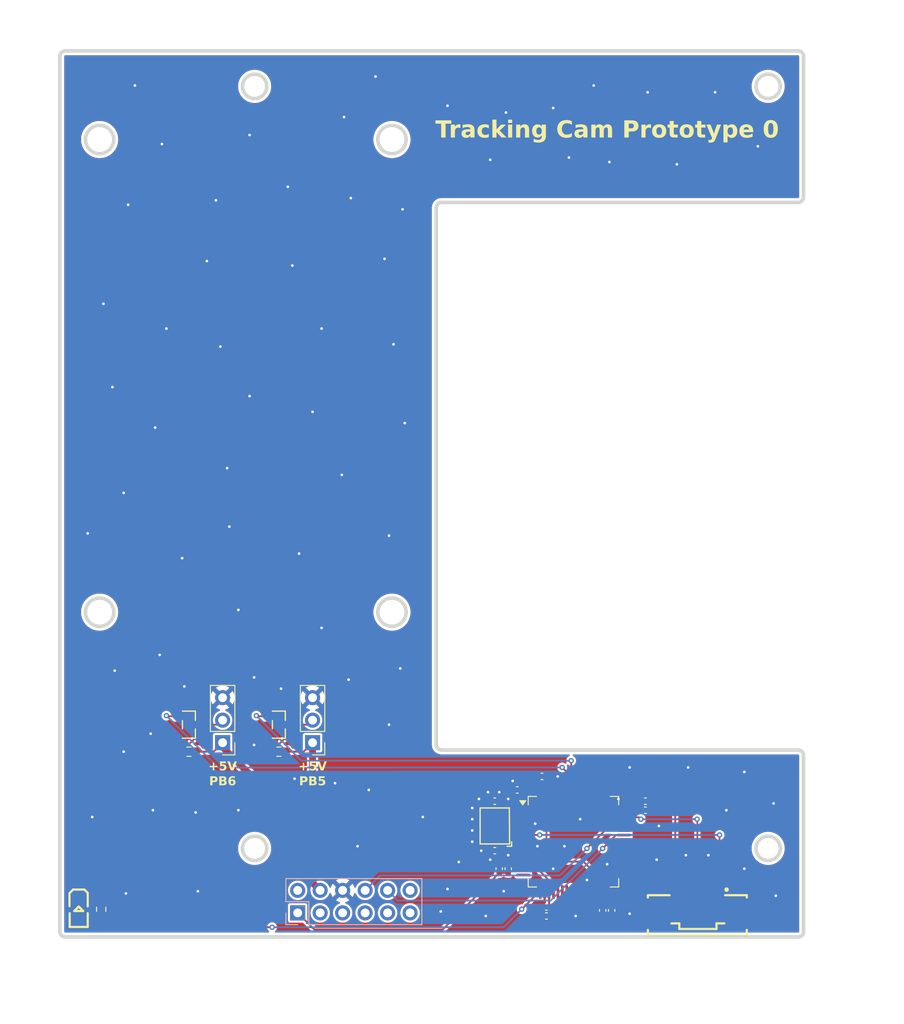
<source format=kicad_pcb>
(kicad_pcb (version 20241229) (generator "pcbnew") (generator_version "9.0")
  (layers (0 "F.Cu" signal) (2 "B.Cu" signal) (13 "F.Paste" user) (15 "B.Paste" user) (5 "F.SilkS" user "F.Silkscreen") (7 "B.SilkS" user "B.Silkscreen") (1 "F.Mask" user) (3 "B.Mask" user) (25 "Edge.Cuts" user))
  (net 0 "")
  (net 1 "GND")
  (net 2 "+3V3")
  (net 3 "Net-(U9-PH0)")
  (net 4 "Net-(U9-PH1)")
  (net 5 "Net-(U9-VCAP_2)")
  (net 6 "Net-(U9-VCAP_1)")
  (net 9 "+5V")
  (net 12 "/USART1_TX")
  (net 15 "/USART1_RX")
  (net 17 "Net-(J2-Pin_2)")
  (net 18 "Net-(J3-Pin_2)")
  (net 19 "/nRST")
  (net 20 "/SWDIO")
  (net 21 "/SWDCLK")
  (net 22 "/GREEN_LED")
  (net 23 "Net-(LED9-K)")
  (net 24 "/PWM_1")
  (net 25 "/PWM_2")
  (footprint "Rocketry_Easyeda:CONN-SMD_5P-P1.25_532610571-2" (layer "F.Cu") (at 67.594 85.926)
    (property "Reference" "CN2" (hide yes))
    (property "Value" "532610571")
    (fp_line (start -5.59 -0.64) (end -3.14 -0.64) (stroke (width 0.25)) (layer "F.SilkS"))
    (fp_line (start -5.59 -0.38) (end -5.59 -0.64) (stroke (width 0.25)) (layer "F.SilkS"))
    (fp_line (start -5.59 3.81) (end -5.59 3.28) (stroke (width 0.25)) (layer "F.SilkS"))
    (fp_line (start -2.93 2.54) (end -2.04 2.54) (stroke (width 0.25)) (layer "F.SilkS"))
    (fp_line (start -2.04 2.54) (end -2.04 3.17) (stroke (width 0.25)) (layer "F.SilkS"))
    (fp_line (start -2.04 3.17) (end 2.16 3.17) (stroke (width 0.25)) (layer "F.SilkS"))
    (fp_line (start 2.16 2.54) (end 2.92 2.54) (stroke (width 0.25)) (layer "F.SilkS"))
    (fp_line (start 2.16 3.17) (end 2.16 2.54) (stroke (width 0.25)) (layer "F.SilkS"))
    (fp_line (start 2.92 2.54) (end 3.04 2.54) (stroke (width 0.25)) (layer "F.SilkS"))
    (fp_line (start 3.13 -0.64) (end 5.58 -0.64) (stroke (width 0.25)) (layer "F.SilkS"))
    (fp_line (start 5.58 -0.64) (end 5.58 -0.38) (stroke (width 0.25)) (layer "F.SilkS"))
    (fp_line (start 5.58 3.28) (end 5.58 3.81) (stroke (width 0.25)) (layer "F.SilkS"))
    (fp_line (start 5.58 3.81) (end -5.59 3.81) (stroke (width 0.25)) (layer "F.SilkS"))
    (fp_circle (center 3.3 -1.27) (end 3.43 -1.27) (stroke (width 0.25)) (fill no) (layer "F.SilkS"))
    (pad "1" smd rect (at 2.5 -1.45 90) (size 1.6 0.8) (layers "F.Cu" "F.Mask" "F.Paste") (net 19 "/nRST"))
    (pad "2" smd rect (at 1.25 -1.45 90) (size 1.6 0.8) (layers "F.Cu" "F.Mask" "F.Paste") (net 1 "GND"))
    (pad "3" smd rect (at 0 -1.45 90) (size 1.6 0.8) (layers "F.Cu" "F.Mask" "F.Paste") (net 20 "/SWDIO"))
    (pad "4" smd rect (at -1.25 -1.45 90) (size 1.6 0.8) (layers "F.Cu" "F.Mask" "F.Paste") (net 2 "+3V3"))
    (pad "5" smd rect (at -2.5 -1.45 90) (size 1.6 0.8) (layers "F.Cu" "F.Mask" "F.Paste") (net 21 "/SWDCLK"))
    (pad "6" smd rect (at -5.05 1.45 90) (size 3.2 2.3) (layers "F.Cu" "F.Mask" "F.Paste"))
    (pad "7" smd rect (at 5.05 1.45 90) (size 3.2 2.3) (layers "F.Cu" "F.Mask" "F.Paste"))
  )
  (footprint "Rocketry_Easyeda:SOT-23-3_L2.9-W1.3-P1.90-LS2.4-BR" (layer "F.Cu") (at 20.32 66.04 180)
    (property "Reference" "Q1" (hide yes))
    (property "Value" "2N7002")
    (fp_line (start 0.73 1.53) (end -0.73 1.53) (stroke (width 0.15)) (layer "F.SilkS"))
    (fp_line (start 0.73 -0.46) (end 0.73 0.46) (stroke (width 0.15)) (layer "F.SilkS"))
    (fp_line (start 0.73 -1.53) (end -0.73 -1.53) (stroke (width 0.15)) (layer "F.SilkS"))
    (fp_line (start -0.73 1.53) (end -0.73 0.49) (stroke (width 0.15)) (layer "F.SilkS"))
    (fp_line (start -0.73 -1.53) (end -0.73 -0.49) (stroke (width 0.15)) (layer "F.SilkS"))
    (pad "1" smd rect (at 1 0.95 180) (size 1.25 0.7) (layers "F.Cu" "F.Mask" "F.Paste") (net 24 "/PWM_1"))
    (pad "2" smd rect (at 1 -0.95 180) (size 1.25 0.7) (layers "F.Cu" "F.Mask" "F.Paste") (net 1 "GND"))
    (pad "3" smd rect (at -1 0 180) (size 1.25 0.7) (layers "F.Cu" "F.Mask" "F.Paste") (net 17 "Net-(J2-Pin_2)"))
  )
  (footprint "Capacitor_SMD:C_0402_1005Metric" (layer "F.Cu") (at 50.546 87.63 180)
    (property "Reference" "C101" (hide yes))
    (property "Value" "4.7u")
    (fp_line (start -0.107836 0.36) (end 0.107836 0.36) (stroke (width 0.12)) (layer "F.SilkS"))
    (fp_line (start -0.107836 -0.36) (end 0.107836 -0.36) (stroke (width 0.12)) (layer "F.SilkS"))
    (pad "1" smd roundrect (at -0.48 0 180) (size 0.56 0.62) (layers "F.Cu" "F.Mask" "F.Paste") (net 2 "+3V3"))
    (pad "2" smd roundrect (at 0.48 0 180) (size 0.56 0.62) (layers "F.Cu" "F.Mask" "F.Paste") (net 1 "GND"))
  )
  (footprint "Resistor_SMD:R_0603_1608Metric" (layer "F.Cu") (at 10.16 69.088)
    (property "Reference" "R2" (hide yes))
    (property "Value" "10k")
    (fp_line (start -0.237258 -0.5225) (end 0.237258 -0.5225) (stroke (width 0.12)) (layer "F.SilkS"))
    (fp_line (start -0.237258 0.5225) (end 0.237258 0.5225) (stroke (width 0.12)) (layer "F.SilkS"))
    (pad "1" smd roundrect (at -0.825 0) (size 0.8 0.95) (layers "F.Cu" "F.Mask" "F.Paste") (net 18 "Net-(J3-Pin_2)"))
    (pad "2" smd roundrect (at 0.825 0) (size 0.8 0.95) (layers "F.Cu" "F.Mask" "F.Paste") (net 9 "+5V"))
  )
  (footprint "Capacitor_SMD:C_0402_1005Metric" (layer "F.Cu") (at 56.896 86.995 -90)
    (property "Reference" "C126" (hide yes))
    (property "Value" "2.2u")
    (fp_line (start -0.107836 0.36) (end 0.107836 0.36) (stroke (width 0.12)) (layer "F.SilkS"))
    (fp_line (start -0.107836 -0.36) (end 0.107836 -0.36) (stroke (width 0.12)) (layer "F.SilkS"))
    (pad "1" smd roundrect (at -0.48 0 270) (size 0.56 0.62) (layers "F.Cu" "F.Mask" "F.Paste") (net 6 "Net-(U9-VCAP_1)"))
    (pad "2" smd roundrect (at 0.48 0 270) (size 0.56 0.62) (layers "F.Cu" "F.Mask" "F.Paste") (net 1 "GND"))
  )
  (footprint "Capacitor_SMD:C_0402_1005Metric" (layer "F.Cu") (at 46.228 82.296 -90)
    (property "Reference" "C107" (hide yes))
    (property "Value" "100n")
    (fp_line (start -0.107836 0.36) (end 0.107836 0.36) (stroke (width 0.12)) (layer "F.SilkS"))
    (fp_line (start -0.107836 -0.36) (end 0.107836 -0.36) (stroke (width 0.12)) (layer "F.SilkS"))
    (pad "1" smd roundrect (at -0.48 0 270) (size 0.56 0.62) (layers "F.Cu" "F.Mask" "F.Paste") (net 1 "GND"))
    (pad "2" smd roundrect (at 0.48 0 270) (size 0.56 0.62) (layers "F.Cu" "F.Mask" "F.Paste") (net 2 "+3V3"))
  )
  (footprint "Connector_PinHeader_2.54mm:PinHeader_1x03_P2.54mm_Vertical" (layer "F.Cu") (at 13.97 68.072 180)
    (property "Reference" "J3" (hide yes))
    (property "Value" "Conn_01x03_Pin")
    (fp_line (start 1.38 1.27) (end 1.38 6.46) (stroke (width 0.12)) (layer "F.SilkS"))
    (fp_line (start -1.38 6.46) (end 1.38 6.46) (stroke (width 0.12)) (layer "F.SilkS"))
    (fp_line (start -1.38 1.27) (end 1.38 1.27) (stroke (width 0.12)) (layer "F.SilkS"))
    (fp_line (start -1.38 1.27) (end -1.38 6.46) (stroke (width 0.12)) (layer "F.SilkS"))
    (fp_line (start -1.38 0) (end -1.38 -1.38) (stroke (width 0.12)) (layer "F.SilkS"))
    (fp_line (start -1.38 -1.38) (end 0 -1.38) (stroke (width 0.12)) (layer "F.SilkS"))
    (pad "1" thru_hole rect (at 0 0 180) (size 1.7 1.7) (drill 1) (layers "*.Cu" "*.Mask") (net 9 "+5V"))
    (pad "2" thru_hole circle (at 0 2.54 180) (size 1.7 1.7) (drill 1) (layers "*.Cu" "*.Mask") (net 18 "Net-(J3-Pin_2)"))
    (pad "3" thru_hole circle (at 0 5.08 180) (size 1.7 1.7) (drill 1) (layers "*.Cu" "*.Mask") (net 1 "GND"))
  )
  (footprint "Capacitor_SMD:C_0402_1005Metric" (layer "F.Cu") (at 50.038 71.882 180)
    (property "Reference" "C106" (hide yes))
    (property "Value" "100n")
    (fp_line (start -0.107836 0.36) (end 0.107836 0.36) (stroke (width 0.12)) (layer "F.SilkS"))
    (fp_line (start -0.107836 -0.36) (end 0.107836 -0.36) (stroke (width 0.12)) (layer "F.SilkS"))
    (pad "1" smd roundrect (at -0.48 0 180) (size 0.56 0.62) (layers "F.Cu" "F.Mask" "F.Paste") (net 1 "GND"))
    (pad "2" smd roundrect (at 0.48 0 180) (size 0.56 0.62) (layers "F.Cu" "F.Mask" "F.Paste") (net 2 "+3V3"))
  )
  (footprint "Package_QFP:LQFP-64_10x10mm_P0.5mm" (layer "F.Cu") (at 53.594 79.248)
    (property "Reference" "U9" (hide yes))
    (property "Value" "STM32F405RGTx")
    (fp_line (start -5.11 -5.11) (end -5.11 -4.16) (stroke (width 0.12)) (layer "F.SilkS"))
    (fp_line (start -5.11 5.11) (end -5.11 4.16) (stroke (width 0.12)) (layer "F.SilkS"))
    (fp_line (start -4.16 -5.11) (end -5.11 -5.11) (stroke (width 0.12)) (layer "F.SilkS"))
    (fp_line (start -4.16 5.11) (end -5.11 5.11) (stroke (width 0.12)) (layer "F.SilkS"))
    (fp_line (start 4.16 -5.11) (end 5.11 -5.11) (stroke (width 0.12)) (layer "F.SilkS"))
    (fp_line (start 4.16 5.11) (end 5.11 5.11) (stroke (width 0.12)) (layer "F.SilkS"))
    (fp_line (start 5.11 -5.11) (end 5.11 -4.16) (stroke (width 0.12)) (layer "F.SilkS"))
    (fp_line (start 5.11 5.11) (end 5.11 4.16) (stroke (width 0.12)) (layer "F.SilkS"))
    (fp_poly (pts (xy -5.725 -4.16) (xy -6.065 -4.63) (xy -5.385 -4.63)) (stroke (width 0.12)) (fill yes) (layer "F.SilkS"))
    (pad "1" smd roundrect (at -5.675 -3.75) (size 1.55 0.3) (layers "F.Cu" "F.Mask" "F.Paste") (net 2 "+3V3"))
    (pad "2" smd roundrect (at -5.675 -3.25) (size 1.55 0.3) (layers "F.Cu" "F.Mask" "F.Paste"))
    (pad "3" smd roundrect (at -5.675 -2.75) (size 1.55 0.3) (layers "F.Cu" "F.Mask" "F.Paste"))
    (pad "4" smd roundrect (at -5.675 -2.25) (size 1.55 0.3) (layers "F.Cu" "F.Mask" "F.Paste"))
    (pad "5" smd roundrect (at -5.675 -1.75) (size 1.55 0.3) (layers "F.Cu" "F.Mask" "F.Paste") (net 3 "Net-(U9-PH0)"))
    (pad "6" smd roundrect (at -5.675 -1.25) (size 1.55 0.3) (layers "F.Cu" "F.Mask" "F.Paste") (net 4 "Net-(U9-PH1)"))
    (pad "7" smd roundrect (at -5.675 -0.75) (size 1.55 0.3) (layers "F.Cu" "F.Mask" "F.Paste") (net 19 "/nRST"))
    (pad "8" smd roundrect (at -5.675 -0.25) (size 1.55 0.3) (layers "F.Cu" "F.Mask" "F.Paste"))
    (pad "9" smd roundrect (at -5.675 0.25) (size 1.55 0.3) (layers "F.Cu" "F.Mask" "F.Paste"))
    (pad "10" smd roundrect (at -5.675 0.75) (size 1.55 0.3) (layers "F.Cu" "F.Mask" "F.Paste"))
    (pad "11" smd roundrect (at -5.675 1.25) (size 1.55 0.3) (layers "F.Cu" "F.Mask" "F.Paste"))
    (pad "12" smd roundrect (at -5.675 1.75) (size 1.55 0.3) (layers "F.Cu" "F.Mask" "F.Paste") (net 1 "GND"))
    (pad "13" smd roundrect (at -5.675 2.25) (size 1.55 0.3) (layers "F.Cu" "F.Mask" "F.Paste") (net 2 "+3V3"))
    (pad "14" smd roundrect (at -5.675 2.75) (size 1.55 0.3) (layers "F.Cu" "F.Mask" "F.Paste"))
    (pad "15" smd roundrect (at -5.675 3.25) (size 1.55 0.3) (layers "F.Cu" "F.Mask" "F.Paste"))
    (pad "16" smd roundrect (at -5.675 3.75) (size 1.55 0.3) (layers "F.Cu" "F.Mask" "F.Paste"))
    (pad "17" smd roundrect (at -3.75 5.675) (size 0.3 1.55) (layers "F.Cu" "F.Mask" "F.Paste") (net 22 "/GREEN_LED"))
    (pad "18" smd roundrect (at -3.25 5.675) (size 0.3 1.55) (layers "F.Cu" "F.Mask" "F.Paste") (net 1 "GND"))
    (pad "19" smd roundrect (at -2.75 5.675) (size 0.3 1.55) (layers "F.Cu" "F.Mask" "F.Paste") (net 2 "+3V3"))
    (pad "20" smd roundrect (at -2.25 5.675) (size 0.3 1.55) (layers "F.Cu" "F.Mask" "F.Paste"))
    (pad "21" smd roundrect (at -1.75 5.675) (size 0.3 1.55) (layers "F.Cu" "F.Mask" "F.Paste"))
    (pad "22" smd roundrect (at -1.25 5.675) (size 0.3 1.55) (layers "F.Cu" "F.Mask" "F.Paste"))
    (pad "23" smd roundrect (at -0.75 5.675) (size 0.3 1.55) (layers "F.Cu" "F.Mask" "F.Paste"))
    (pad "24" smd roundrect (at -0.25 5.675) (size 0.3 1.55) (layers "F.Cu" "F.Mask" "F.Paste"))
    (pad "25" smd roundrect (at 0.25 5.675) (size 0.3 1.55) (layers "F.Cu" "F.Mask" "F.Paste"))
    (pad "26" smd roundrect (at 0.75 5.675) (size 0.3 1.55) (layers "F.Cu" "F.Mask" "F.Paste"))
    (pad "27" smd roundrect (at 1.25 5.675) (size 0.3 1.55) (layers "F.Cu" "F.Mask" "F.Paste"))
    (pad "28" smd roundrect (at 1.75 5.675) (size 0.3 1.55) (layers "F.Cu" "F.Mask" "F.Paste"))
    (pad "29" smd roundrect (at 2.25 5.675) (size 0.3 1.55) (layers "F.Cu" "F.Mask" "F.Paste"))
    (pad "30" smd roundrect (at 2.75 5.675) (size 0.3 1.55) (layers "F.Cu" "F.Mask" "F.Paste"))
    (pad "31" smd roundrect (at 3.25 5.675) (size 0.3 1.55) (layers "F.Cu" "F.Mask" "F.Paste") (net 6 "Net-(U9-VCAP_1)"))
    (pad "32" smd roundrect (at 3.75 5.675) (size 0.3 1.55) (layers "F.Cu" "F.Mask" "F.Paste") (net 2 "+3V3"))
    (pad "33" smd roundrect (at 5.675 3.75) (size 1.55 0.3) (layers "F.Cu" "F.Mask" "F.Paste"))
    (pad "34" smd roundrect (at 5.675 3.25) (size 1.55 0.3) (layers "F.Cu" "F.Mask" "F.Paste"))
    (pad "35" smd roundrect (at 5.675 2.75) (size 1.55 0.3) (layers "F.Cu" "F.Mask" "F.Paste"))
    (pad "36" smd roundrect (at 5.675 2.25) (size 1.55 0.3) (layers "F.Cu" "F.Mask" "F.Paste"))
    (pad "37" smd roundrect (at 5.675 1.75) (size 1.55 0.3) (layers "F.Cu" "F.Mask" "F.Paste"))
    (pad "38" smd roundrect (at 5.675 1.25) (size 1.55 0.3) (layers "F.Cu" "F.Mask" "F.Paste"))
    (pad "39" smd roundrect (at 5.675 0.75) (size 1.55 0.3) (layers "F.Cu" "F.Mask" "F.Paste"))
    (pad "40" smd roundrect (at 5.675 0.25) (size 1.55 0.3) (layers "F.Cu" "F.Mask" "F.Paste"))
    (pad "41" smd roundrect (at 5.675 -0.25) (size 1.55 0.3) (layers "F.Cu" "F.Mask" "F.Paste"))
    (pad "42" smd roundrect (at 5.675 -0.75) (size 1.55 0.3) (layers "F.Cu" "F.Mask" "F.Paste") (net 12 "/USART1_TX"))
    (pad "43" smd roundrect (at 5.675 -1.25) (size 1.55 0.3) (layers "F.Cu" "F.Mask" "F.Paste") (net 15 "/USART1_RX"))
    (pad "44" smd roundrect (at 5.675 -1.75) (size 1.55 0.3) (layers "F.Cu" "F.Mask" "F.Paste"))
    (pad "45" smd roundrect (at 5.675 -2.25) (size 1.55 0.3) (layers "F.Cu" "F.Mask" "F.Paste"))
    (pad "46" smd roundrect (at 5.675 -2.75) (size 1.55 0.3) (layers "F.Cu" "F.Mask" "F.Paste") (net 20 "/SWDIO"))
    (pad "47" smd roundrect (at 5.675 -3.25) (size 1.55 0.3) (layers "F.Cu" "F.Mask" "F.Paste") (net 5 "Net-(U9-VCAP_2)"))
    (pad "48" smd roundrect (at 5.675 -3.75) (size 1.55 0.3) (layers "F.Cu" "F.Mask" "F.Paste") (net 2 "+3V3"))
    (pad "49" smd roundrect (at 3.75 -5.675) (size 0.3 1.55) (layers "F.Cu" "F.Mask" "F.Paste") (net 21 "/SWDCLK"))
    (pad "50" smd roundrect (at 3.25 -5.675) (size 0.3 1.55) (layers "F.Cu" "F.Mask" "F.Paste"))
    (pad "51" smd roundrect (at 2.75 -5.675) (size 0.3 1.55) (layers "F.Cu" "F.Mask" "F.Paste"))
    (pad "52" smd roundrect (at 2.25 -5.675) (size 0.3 1.55) (layers "F.Cu" "F.Mask" "F.Paste"))
    (pad "53" smd roundrect (at 1.75 -5.675) (size 0.3 1.55) (layers "F.Cu" "F.Mask" "F.Paste"))
    (pad "54" smd roundrect (at 1.25 -5.675) (size 0.3 1.55) (layers "F.Cu" "F.Mask" "F.Paste"))
    (pad "55" smd roundrect (at 0.75 -5.675) (size 0.3 1.55) (layers "F.Cu" "F.Mask" "F.Paste"))
    (pad "56" smd roundrect (at 0.25 -5.675) (size 0.3 1.55) (layers "F.Cu" "F.Mask" "F.Paste"))
    (pad "57" smd roundrect (at -0.25 -5.675) (size 0.3 1.55) (layers "F.Cu" "F.Mask" "F.Paste") (net 24 "/PWM_1"))
    (pad "58" smd roundrect (at -0.75 -5.675) (size 0.3 1.55) (layers "F.Cu" "F.Mask" "F.Paste") (net 25 "/PWM_2"))
    (pad "59" smd roundrect (at -1.25 -5.675) (size 0.3 1.55) (layers "F.Cu" "F.Mask" "F.Paste"))
    (pad "60" smd roundrect (at -1.75 -5.675) (size 0.3 1.55) (layers "F.Cu" "F.Mask" "F.Paste") (net 1 "GND"))
    (pad "61" smd roundrect (at -2.25 -5.675) (size 0.3 1.55) (layers "F.Cu" "F.Mask" "F.Paste"))
    (pad "62" smd roundrect (at -2.75 -5.675) (size 0.3 1.55) (layers "F.Cu" "F.Mask" "F.Paste"))
    (pad "63" smd roundrect (at -3.25 -5.675) (size 0.3 1.55) (layers "F.Cu" "F.Mask" "F.Paste") (net 1 "GND"))
    (pad "64" smd roundrect (at -3.75 -5.675) (size 0.3 1.55) (layers "F.Cu" "F.Mask" "F.Paste") (net 2 "+3V3"))
  )
  (footprint "Rocketry_Easyeda:OSC-SMD_4P-L3.2-W2.5-BL" (layer "F.Cu") (at 44.704 77.47 90)
    (property "Reference" "X7" (hide yes))
    (property "Value" "X322516MLB4SI")
    (fp_line (start 2.03 -1.65) (end 2.03 0) (stroke (width 0.15)) (layer "F.SilkS"))
    (fp_line (start -2.03 -1.65) (end 2.03 -1.65) (stroke (width 0.15)) (layer "F.SilkS"))
    (fp_line (start 2.03 0) (end 2.03 1.65) (stroke (width 0.15)) (layer "F.SilkS"))
    (fp_line (start -2.29 1.4) (end -2.29 1.91) (stroke (width 0.15)) (layer "F.SilkS"))
    (fp_line (start 2.03 1.65) (end 2.03 1.65) (stroke (width 0.15)) (layer "F.SilkS"))
    (fp_line (start 2.03 1.65) (end -2.03 1.68) (stroke (width 0.15)) (layer "F.SilkS"))
    (fp_line (start -2.03 1.68) (end -2.03 -1.65) (stroke (width 0.15)) (layer "F.SilkS"))
    (fp_line (start -2.29 1.91) (end -1.78 1.91) (stroke (width 0.15)) (layer "F.SilkS"))
    (pad "1" smd rect (at -1.1 0.88 90) (size 1.4 1.2) (layers "F.Cu" "F.Mask" "F.Paste") (net 4 "Net-(U9-PH1)"))
    (pad "2" smd rect (at 1.1 0.88 90) (size 1.4 1.2) (layers "F.Cu" "F.Mask" "F.Paste"))
    (pad "3" smd rect (at 1.1 -0.88 90) (size 1.4 1.2) (layers "F.Cu" "F.Mask" "F.Paste") (net 3 "Net-(U9-PH0)"))
    (pad "4" smd rect (at -1.1 -0.88 90) (size 1.4 1.2) (layers "F.Cu" "F.Mask" "F.Paste"))
  )
  (footprint "Capacitor_SMD:C_0402_1005Metric" (layer "F.Cu") (at 44.707 74.676 180)
    (property "Reference" "C99" (hide yes))
    (property "Value" "10p")
    (fp_line (start -0.107836 0.36) (end 0.107836 0.36) (stroke (width 0.12)) (layer "F.SilkS"))
    (fp_line (start -0.107836 -0.36) (end 0.107836 -0.36) (stroke (width 0.12)) (layer "F.SilkS"))
    (pad "1" smd roundrect (at -0.48 0 180) (size 0.56 0.62) (layers "F.Cu" "F.Mask" "F.Paste") (net 1 "GND"))
    (pad "2" smd roundrect (at 0.48 0 180) (size 0.56 0.62) (layers "F.Cu" "F.Mask" "F.Paste") (net 3 "Net-(U9-PH0)"))
  )
  (footprint "Rocketry_Easyeda:SOT-23-3_L2.9-W1.3-P1.90-LS2.4-BR" (layer "F.Cu") (at 10.16 66.04 180)
    (property "Reference" "Q2" (hide yes))
    (property "Value" "2N7002")
    (fp_line (start 0.73 1.53) (end -0.73 1.53) (stroke (width 0.15)) (layer "F.SilkS"))
    (fp_line (start 0.73 -0.46) (end 0.73 0.46) (stroke (width 0.15)) (layer "F.SilkS"))
    (fp_line (start 0.73 -1.53) (end -0.73 -1.53) (stroke (width 0.15)) (layer "F.SilkS"))
    (fp_line (start -0.73 1.53) (end -0.73 0.49) (stroke (width 0.15)) (layer "F.SilkS"))
    (fp_line (start -0.73 -1.53) (end -0.73 -0.49) (stroke (width 0.15)) (layer "F.SilkS"))
    (pad "1" smd rect (at 1 0.95 180) (size 1.25 0.7) (layers "F.Cu" "F.Mask" "F.Paste") (net 25 "/PWM_2"))
    (pad "2" smd rect (at 1 -0.95 180) (size 1.25 0.7) (layers "F.Cu" "F.Mask" "F.Paste") (net 1 "GND"))
    (pad "3" smd rect (at -1 0 180) (size 1.25 0.7) (layers "F.Cu" "F.Mask" "F.Paste") (net 18 "Net-(J3-Pin_2)"))
  )
  (footprint "Capacitor_SMD:C_0402_1005Metric" (layer "F.Cu") (at 61.722 74.676 180)
    (property "Reference" "C105" (hide yes))
    (property "Value" "100n")
    (fp_line (start -0.107836 0.36) (end 0.107836 0.36) (stroke (width 0.12)) (layer "F.SilkS"))
    (fp_line (start -0.107836 -0.36) (end 0.107836 -0.36) (stroke (width 0.12)) (layer "F.SilkS"))
    (pad "1" smd roundrect (at -0.48 0 180) (size 0.56 0.62) (layers "F.Cu" "F.Mask" "F.Paste") (net 1 "GND"))
    (pad "2" smd roundrect (at 0.48 0 180) (size 0.56 0.62) (layers "F.Cu" "F.Mask" "F.Paste") (net 2 "+3V3"))
  )
  (footprint "Capacitor_SMD:C_0402_1005Metric" (layer "F.Cu") (at 61.722 75.692)
    (property "Reference" "C103" (hide yes))
    (property "Value" "2.2u")
    (fp_line (start -0.107836 -0.36) (end 0.107836 -0.36) (stroke (width 0.12)) (layer "F.SilkS"))
    (fp_line (start -0.107836 0.36) (end 0.107836 0.36) (stroke (width 0.12)) (layer "F.SilkS"))
    (pad "1" smd roundrect (at -0.48 0) (size 0.56 0.62) (layers "F.Cu" "F.Mask" "F.Paste") (net 5 "Net-(U9-VCAP_2)"))
    (pad "2" smd roundrect (at 0.48 0) (size 0.56 0.62) (layers "F.Cu" "F.Mask" "F.Paste") (net 1 "GND"))
  )
  (footprint "Capacitor_SMD:C_0402_1005Metric" (layer "F.Cu") (at 45.212 82.296 -90)
    (property "Reference" "C108" (hide yes))
    (property "Value" "4.7u")
    (fp_line (start -0.107836 0.36) (end 0.107836 0.36) (stroke (width 0.12)) (layer "F.SilkS"))
    (fp_line (start -0.107836 -0.36) (end 0.107836 -0.36) (stroke (width 0.12)) (layer "F.SilkS"))
    (pad "1" smd roundrect (at -0.48 0 270) (size 0.56 0.62) (layers "F.Cu" "F.Mask" "F.Paste") (net 1 "GND"))
    (pad "2" smd roundrect (at 0.48 0 270) (size 0.56 0.62) (layers "F.Cu" "F.Mask" "F.Paste") (net 2 "+3V3"))
  )
  (footprint "Capacitor_SMD:C_0402_1005Metric" (layer "F.Cu") (at 50.546 86.614)
    (property "Reference" "C102" (hide yes))
    (property "Value" "100n")
    (fp_line (start -0.107836 -0.36) (end 0.107836 -0.36) (stroke (width 0.12)) (layer "F.SilkS"))
    (fp_line (start -0.107836 0.36) (end 0.107836 0.36) (stroke (width 0.12)) (layer "F.SilkS"))
    (pad "1" smd roundrect (at -0.48 0) (size 0.56 0.62) (layers "F.Cu" "F.Mask" "F.Paste") (net 1 "GND"))
    (pad "2" smd roundrect (at 0.48 0) (size 0.56 0.62) (layers "F.Cu" "F.Mask" "F.Paste") (net 2 "+3V3"))
  )
  (footprint "Connector_PinHeader_2.54mm:PinHeader_1x03_P2.54mm_Vertical" (layer "F.Cu") (at 24.13 68.072 180)
    (property "Reference" "J2" (hide yes))
    (property "Value" "Conn_01x03_Pin")
    (fp_line (start 1.38 1.27) (end 1.38 6.46) (stroke (width 0.12)) (layer "F.SilkS"))
    (fp_line (start -1.38 6.46) (end 1.38 6.46) (stroke (width 0.12)) (layer "F.SilkS"))
    (fp_line (start -1.38 1.27) (end 1.38 1.27) (stroke (width 0.12)) (layer "F.SilkS"))
    (fp_line (start -1.38 1.27) (end -1.38 6.46) (stroke (width 0.12)) (layer "F.SilkS"))
    (fp_line (start -1.38 0) (end -1.38 -1.38) (stroke (width 0.12)) (layer "F.SilkS"))
    (fp_line (start -1.38 -1.38) (end 0 -1.38) (stroke (width 0.12)) (layer "F.SilkS"))
    (pad "1" thru_hole rect (at 0 0 180) (size 1.7 1.7) (drill 1) (layers "*.Cu" "*.Mask") (net 9 "+5V"))
    (pad "2" thru_hole circle (at 0 2.54 180) (size 1.7 1.7) (drill 1) (layers "*.Cu" "*.Mask") (net 17 "Net-(J2-Pin_2)"))
    (pad "3" thru_hole circle (at 0 5.08 180) (size 1.7 1.7) (drill 1) (layers "*.Cu" "*.Mask") (net 1 "GND"))
  )
  (footprint "Capacitor_SMD:C_0402_1005Metric" (layer "F.Cu") (at 57.912 86.995 90)
    (property "Reference" "C104" (hide yes))
    (property "Value" "100n")
    (fp_line (start -0.107836 -0.36) (end 0.107836 -0.36) (stroke (width 0.12)) (layer "F.SilkS"))
    (fp_line (start -0.107836 0.36) (end 0.107836 0.36) (stroke (width 0.12)) (layer "F.SilkS"))
    (pad "1" smd roundrect (at -0.48 0 90) (size 0.56 0.62) (layers "F.Cu" "F.Mask" "F.Paste") (net 1 "GND"))
    (pad "2" smd roundrect (at 0.48 0 90) (size 0.56 0.62) (layers "F.Cu" "F.Mask" "F.Paste") (net 2 "+3V3"))
  )
  (footprint "Capacitor_SMD:C_0402_1005Metric" (layer "F.Cu") (at 44.707 80.264 180)
    (property "Reference" "C100" (hide yes))
    (property "Value" "10p")
    (fp_line (start -0.107836 0.36) (end 0.107836 0.36) (stroke (width 0.12)) (layer "F.SilkS"))
    (fp_line (start -0.107836 -0.36) (end 0.107836 -0.36) (stroke (width 0.12)) (layer "F.SilkS"))
    (pad "1" smd roundrect (at -0.48 0 180) (size 0.56 0.62) (layers "F.Cu" "F.Mask" "F.Paste") (net 4 "Net-(U9-PH1)"))
    (pad "2" smd roundrect (at 0.48 0 180) (size 0.56 0.62) (layers "F.Cu" "F.Mask" "F.Paste") (net 1 "GND"))
  )
  (footprint "Rocketry_Easyeda:LED0805-R-RD" (layer "F.Cu") (at -2.286 86.868 -90)
    (property "Reference" "LED9" (hide yes))
    (property "Value" "0805G (Green)")
    (fp_line (start -1.81 1.04) (end -2.22 0.63) (stroke (width 0.25)) (layer "F.SilkS"))
    (fp_line (start -0.34 1.04) (end -1.81 1.04) (stroke (width 0.25)) (layer "F.SilkS"))
    (fp_line (start 0.45 1.02) (end 2 1.02) (stroke (width 0.25)) (layer "F.SilkS"))
    (fp_line (start 2 1.02) (end 2 -1.02) (stroke (width 0.25)) (layer "F.SilkS"))
    (fp_line (start -2.22 0.63) (end -2.22 -0.64) (stroke (width 0.25)) (layer "F.SilkS"))
    (fp_line (start -0.2 0.1) (end 0.2 0.5) (stroke (width 0.25)) (layer "F.SilkS"))
    (fp_line (start -0.3 0) (end -0.2 0.1) (stroke (width 0.25)) (layer "F.SilkS"))
    (fp_line (start -0.2 -0.1) (end -0.3 0) (stroke (width 0.25)) (layer "F.SilkS"))
    (fp_line (start 0.2 -0.5) (end 0.2 0.5) (stroke (width 0.25)) (layer "F.SilkS"))
    (fp_line (start 0.2 -0.5) (end -0.2 -0.1) (stroke (width 0.25)) (layer "F.SilkS"))
    (fp_line (start -2.22 -0.64) (end -1.84 -1.02) (stroke (width 0.25)) (layer "F.SilkS"))
    (fp_line (start -1.84 -1.02) (end -0.32 -1.02) (stroke (width 0.25)) (layer "F.SilkS"))
    (fp_line (start 2 -1.02) (end 0.45 -1.02) (stroke (width 0.25)) (layer "F.SilkS"))
    (pad "1" smd rect (at 1.05 0 90) (size 1 1.4) (layers "F.Cu" "F.Mask" "F.Paste") (net 22 "/GREEN_LED"))
    (pad "2" smd rect (at -1.05 0 90) (size 1 1.4) (layers "F.Cu" "F.Mask" "F.Paste") (net 23 "Net-(LED9-K)"))
  )
  (footprint "Resistor_SMD:R_0603_1608Metric" (layer "F.Cu") (at 20.32 69.088)
    (property "Reference" "R1" (hide yes))
    (property "Value" "10k")
    (fp_line (start -0.237258 -0.5225) (end 0.237258 -0.5225) (stroke (width 0.12)) (layer "F.SilkS"))
    (fp_line (start -0.237258 0.5225) (end 0.237258 0.5225) (stroke (width 0.12)) (layer "F.SilkS"))
    (pad "1" smd roundrect (at -0.825 0) (size 0.8 0.95) (layers "F.Cu" "F.Mask" "F.Paste") (net 17 "Net-(J2-Pin_2)"))
    (pad "2" smd roundrect (at 0.825 0) (size 0.8 0.95) (layers "F.Cu" "F.Mask" "F.Paste") (net 9 "+5V"))
  )
  (footprint "Capacitor_SMD:C_0402_1005Metric" (layer "F.Cu") (at 47.244 73.406)
    (property "Reference" "C98" (hide yes))
    (property "Value" "100n")
    (fp_line (start -0.107836 -0.36) (end 0.107836 -0.36) (stroke (width 0.12)) (layer "F.SilkS"))
    (fp_line (start -0.107836 0.36) (end 0.107836 0.36) (stroke (width 0.12)) (layer "F.SilkS"))
    (pad "1" smd roundrect (at -0.48 0) (size 0.56 0.62) (layers "F.Cu" "F.Mask" "F.Paste") (net 1 "GND"))
    (pad "2" smd roundrect (at 0.48 0) (size 0.56 0.62) (layers "F.Cu" "F.Mask" "F.Paste") (net 2 "+3V3"))
  )
  (footprint "Resistor_SMD:R_0603_1608Metric" (layer "F.Cu") (at 0.254 86.868 90)
    (property "Reference" "R76" (hide yes))
    (property "Value" "1k")
    (fp_line (start -0.237258 -0.5225) (end 0.237258 -0.5225) (stroke (width 0.12)) (layer "F.SilkS"))
    (fp_line (start -0.237258 0.5225) (end 0.237258 0.5225) (stroke (width 0.12)) (layer "F.SilkS"))
    (pad "1" smd roundrect (at -0.825 0 90) (size 0.8 0.95) (layers "F.Cu" "F.Mask" "F.Paste") (net 1 "GND"))
    (pad "2" smd roundrect (at 0.825 0 90) (size 0.8 0.95) (layers "F.Cu" "F.Mask" "F.Paste") (net 23 "Net-(LED9-K)"))
  )
  (footprint "Connector_PinSocket_2.54mm:PinSocket_2x06_P2.54mm_Vertical" (layer "B.Cu") (at 22.4468 87.28 -90)
    (property "Reference" "J1" (hide yes))
    (property "Value" "Samtec ESQ-106-33-L-D")
    (fp_line (start -3.87 1.33) (end -1.27 1.33) (stroke (width 0.12)) (layer "B.SilkS"))
    (fp_line (start -3.87 1.33) (end -3.87 -14.03) (stroke (width 0.12)) (layer "B.SilkS"))
    (fp_line (start -1.27 1.33) (end -1.27 -1.27) (stroke (width 0.12)) (layer "B.SilkS"))
    (fp_line (start 0 1.33) (end 1.33 1.33) (stroke (width 0.12)) (layer "B.SilkS"))
    (fp_line (start 1.33 1.33) (end 1.33 0) (stroke (width 0.12)) (layer "B.SilkS"))
    (fp_line (start -1.27 -1.27) (end 1.33 -1.27) (stroke (width 0.12)) (layer "B.SilkS"))
    (fp_line (start 1.33 -1.27) (end 1.33 -14.03) (stroke (width 0.12)) (layer "B.SilkS"))
    (fp_line (start -3.87 -14.03) (end 1.33 -14.03) (stroke (width 0.12)) (layer "B.SilkS"))
    (pad "1" thru_hole rect (at 0 0 270) (size 1.7 1.7) (drill 1) (layers "*.Cu" "*.Mask") (net 2 "+3V3"))
    (pad "2" thru_hole circle (at -2.54 0 270) (size 1.7 1.7) (drill 1) (layers "*.Cu" "*.Mask"))
    (pad "3" thru_hole circle (at 0 -2.54 270) (size 1.7 1.7) (drill 1) (layers "*.Cu" "*.Mask"))
    (pad "4" thru_hole circle (at -2.54 -2.54 270) (size 1.7 1.7) (drill 1) (layers "*.Cu" "*.Mask") (net 9 "+5V"))
    (pad "5" thru_hole circle (at 0 -5.08 270) (size 1.7 1.7) (drill 1) (layers "*.Cu" "*.Mask"))
    (pad "6" thru_hole circle (at -2.54 -5.08 270) (size 1.7 1.7) (drill 1) (layers "*.Cu" "*.Mask") (net 1 "GND"))
    (pad "7" thru_hole circle (at 0 -7.62 270) (size 1.7 1.7) (drill 1) (layers "*.Cu" "*.Mask"))
    (pad "8" thru_hole circle (at -2.54 -7.62 270) (size 1.7 1.7) (drill 1) (layers "*.Cu" "*.Mask") (net 15 "/USART1_RX"))
    (pad "9" thru_hole circle (at 0 -10.16 270) (size 1.7 1.7) (drill 1) (layers "*.Cu" "*.Mask"))
    (pad "10" thru_hole circle (at -2.54 -10.16 270) (size 1.7 1.7) (drill 1) (layers "*.Cu" "*.Mask") (net 12 "/USART1_TX"))
    (pad "11" thru_hole circle (at 0 -12.7 270) (size 1.7 1.7) (drill 1) (layers "*.Cu" "*.Mask"))
    (pad "12" thru_hole circle (at -2.54 -12.7 270) (size 1.7 1.7) (drill 1) (layers "*.Cu" "*.Mask"))
  )
  (gr_line (start 79.5862 89.4) (end 79.5862 69.5) (stroke (width 0.4)) (layer "Edge.Cuts"))
  (gr_arc (start 78.9862 68.9) (mid 79.410464 69.075736) (end 79.5862 69.5) (stroke (width 0.4)) (layer "Edge.Cuts"))
  (gr_circle (center 75.5862 -6) (end 76.9612 -6) (stroke (width 0.4)) (fill no) (layer "Edge.Cuts"))
  (gr_line (start 79.5862 6.5) (end 79.5862 -9.4) (stroke (width 0.4)) (layer "Edge.Cuts"))
  (gr_circle (center 17.5862 -6) (end 18.9612 -6) (stroke (width 0.4)) (fill no) (layer "Edge.Cuts"))
  (gr_line (start -3.8138 90) (end 78.9862 90) (stroke (width 0.4)) (layer "Edge.Cuts"))
  (gr_line (start -4.4138 -9.4) (end -4.4138 89.4) (stroke (width 0.4)) (layer "Edge.Cuts"))
  (gr_arc (start 38.0962 7.7) (mid 38.271936 7.275736) (end 38.6962 7.1) (stroke (width 0.4)) (layer "Edge.Cuts"))
  (gr_arc (start 79.5862 89.4) (mid 79.410464 89.824264) (end 78.9862 90) (stroke (width 0.4)) (layer "Edge.Cuts"))
  (gr_arc (start 79.5862 6.5) (mid 79.410464 6.924264) (end 78.9862 7.1) (stroke (width 0.4)) (layer "Edge.Cuts"))
  (gr_circle (center 17.5862 80) (end 18.9612 80) (stroke (width 0.4)) (fill no) (layer "Edge.Cuts"))
  (gr_arc (start 38.6962 68.9) (mid 38.271936 68.724264) (end 38.0962 68.3) (stroke (width 0.4)) (layer "Edge.Cuts"))
  (gr_circle (center 33.0962 0) (end 34.6962 0) (stroke (width 0.4)) (fill no) (layer "Edge.Cuts"))
  (gr_line (start 38.0962 7.7) (end 38.0962 68.3) (stroke (width 0.4)) (layer "Edge.Cuts"))
  (gr_line (start 78.9862 68.9) (end 38.6962 68.9) (stroke (width 0.4)) (layer "Edge.Cuts"))
  (gr_circle (center 0.0762 0) (end 1.6762 0) (stroke (width 0.4)) (fill no) (layer "Edge.Cuts"))
  (gr_arc (start 78.9862 -10) (mid 79.410464 -9.824264) (end 79.5862 -9.4) (stroke (width 0.4)) (layer "Edge.Cuts"))
  (gr_line (start 78.9862 7.1) (end 38.6962 7.1) (stroke (width 0.4)) (layer "Edge.Cuts"))
  (gr_circle (center 0.0762 53.34) (end 1.6762 53.34) (stroke (width 0.4)) (fill no) (layer "Edge.Cuts"))
  (gr_arc (start -4.4138 -9.4) (mid -4.238064 -9.824264) (end -3.8138 -10) (stroke (width 0.4)) (layer "Edge.Cuts"))
  (gr_circle (center 33.0962 53.34) (end 34.6962 53.34) (stroke (width 0.4)) (fill no) (layer "Edge.Cuts"))
  (gr_arc (start -3.8138 90) (mid -4.238064 89.824264) (end -4.4138 89.4) (stroke (width 0.4)) (layer "Edge.Cuts"))
  (gr_circle (center 75.5862 80) (end 76.9612 80) (stroke (width 0.4)) (fill no) (layer "Edge.Cuts"))
  (gr_line (start 78.9862 -10) (end -3.8138 -10) (stroke (width 0.4)) (layer "Edge.Cuts"))
  (gr_text "+5V\nPB5" (at 24.13 71.628 0) (layer "F.SilkS") (effects (font (size 1 1) (thickness 0.1))))
  (gr_text "+5V\nPB6" (at 13.97 71.628 0) (layer "F.SilkS") (effects (font (size 1 1) (thickness 0.1))))
  (gr_text "Tracking Cam Prototype 0" (at 57.404 -1.016 0) (layer "F.SilkS") (effects (font (size 1.905 1.905) (thickness 0.1))))
  (via (at 25.146 55.118) (size 0.6) (drill 0.3) (layers "F.Cu" "B.Cu") (net 1))
  (via (at 32.766 44.704) (size 0.6) (drill 0.3) (layers "F.Cu" "B.Cu") (net 1))
  (via (at 21.844 14.224) (size 0.6) (drill 0.3) (layers "F.Cu" "B.Cu") (net 1))
  (via (at 45.212 73.66) (size 0.6) (drill 0.3) (layers "F.Cu" "B.Cu") (net 1))
  (via (at 57.658 2.54) (size 0.6) (drill 0.3) (layers "F.Cu" "B.Cu") (net 1))
  (via (at 36.576 76.454) (size 0.6) (drill 0.3) (layers "F.Cu" "B.Cu") (net 1))
  (via (at 34.036 59.69) (size 0.6) (drill 0.3) (layers "F.Cu" "B.Cu") (net 1))
  (via (at 44.196 81.28) (size 0.6) (drill 0.3) (layers "F.Cu" "B.Cu") (net 1))
  (via (at 17.018 28.956) (size 0.6) (drill 0.3) (layers "F.Cu" "B.Cu") (net 1))
  (via (at 70.866 75.692) (size 0.6) (drill 0.3) (layers "F.Cu" "B.Cu") (net 1))
  (via (at 2.794 39.878) (size 0.6) (drill 0.3) (layers "F.Cu" "B.Cu") (net 1))
  (via (at -1.27 44.45) (size 0.6) (drill 0.3) (layers "F.Cu" "B.Cu") (net 1))
  (via (at 44.196 2.286) (size 0.6) (drill 0.3) (layers "F.Cu" "B.Cu") (net 1))
  (via (at 0.508 18.542) (size 0.6) (drill 0.3) (layers "F.Cu" "B.Cu") (net 1))
  (via (at 43.18 80.264) (size 0.6) (drill 0.3) (layers "F.Cu" "B.Cu") (net 1))
  (via (at 22.606 46.736) (size 0.6) (drill 0.3) (layers "F.Cu" "B.Cu") (net 1))
  (via (at 59.944 87.376) (size 0.6) (drill 0.3) (layers "F.Cu" "B.Cu") (net 1))
  (via (at 46.228 80.772) (size 0.6) (drill 0.3) (layers "F.Cu" "B.Cu") (net 1))
  (via (at 31.242 -7.112) (size 0.6) (drill 0.3) (layers "F.Cu" "B.Cu") (net 1))
  (via (at 43.688 87.63) (size 0.6) (drill 0.3) (layers "F.Cu" "B.Cu") (net 1))
  (via (at 42.164 77.978) (size 0.6) (drill 0.3) (layers "F.Cu" "B.Cu") (net 1))
  (via (at 58.674 74.422) (size 0.6) (drill 0.3) (layers "F.Cu" "B.Cu") (net 1))
  (via (at 38.608 87.122) (size 0.6) (drill 0.3) (layers "F.Cu" "B.Cu") (net 1))
  (via (at 53.086 2.032) (size 0.6) (drill 0.3) (layers "F.Cu" "B.Cu") (net 1))
  (via (at 20.574 61.976) (size 0.6) (drill 0.3) (layers "F.Cu" "B.Cu") (net 1))
  (via (at 51.816 71.882) (size 0.6) (drill 0.3) (layers "F.Cu" "B.Cu") (net 1))
  (via (at 59.944 70.866) (size 0.6) (drill 0.3) (layers "F.Cu" "B.Cu") (net 1))
  (via (at 13.208 6.858) (size 0.6) (drill 0.3) (layers "F.Cu" "B.Cu") (net 1))
  (via (at 6.096 75.692) (size 0.6) (drill 0.3) (layers "F.Cu" "B.Cu") (net 1))
  (via (at 27.432 37.846) (size 0.6) (drill 0.3) (layers "F.Cu" "B.Cu") (net 1))
  (via (at 34.29 7.874) (size 0.6) (drill 0.3) (layers "F.Cu" "B.Cu") (net 1))
  (via (at 12.192 13.716) (size 0.6) (drill 0.3) (layers "F.Cu" "B.Cu") (net 1))
  (via (at 17.526 60.706) (size 0.6) (drill 0.3) (layers "F.Cu" "B.Cu") (net 1))
  (via (at 27.686 -2.54) (size 0.6) (drill 0.3) (layers "F.Cu" "B.Cu") (net 1))
  (via (at 65.278 2.794) (size 0.6) (drill 0.3) (layers "F.Cu" "B.Cu") (net 1))
  (via (at 55.88 -6.096) (size 0.6) (drill 0.3) (layers "F.Cu" "B.Cu") (net 1))
  (via (at 3.048 85.09) (size 0.6) (drill 0.3) (layers "F.Cu" "B.Cu") (net 1))
  (via (at 15.748 53.086) (size 0.6) (drill 0.3) (layers "F.Cu" "B.Cu") (net 1))
  (via (at 55.118 83.566) (size 0.6) (drill 0.3) (layers "F.Cu" "B.Cu") (net 1))
  (via (at 57.404 81.788) (size 0.6) (drill 0.3) (layers "F.Cu" "B.Cu") (net 1))
  (via (at 42.164 75.438) (size 0.6) (drill 0.3) (layers "F.Cu" "B.Cu") (net 1))
  (via (at 66.294 80.772) (size 0.6) (drill 0.3) (layers "F.Cu" "B.Cu") (net 1))
  (via (at 32.258 13.462) (size 0.6) (drill 0.3) (layers "F.Cu" "B.Cu") (net 1))
  (via (at 9.652 61.722) (size 0.6) (drill 0.3) (layers "F.Cu" "B.Cu") (net 1))
  (via (at 62.992 81.28) (size 0.6) (drill 0.3) (layers "F.Cu" "B.Cu") (net 1))
  (via (at 28.194 60.96) (size 0.6) (drill 0.3) (layers "F.Cu" "B.Cu") (net 1))
  (via (at 17.018 -0.508) (size 0.6) (drill 0.3) (layers "F.Cu" "B.Cu") (net 1))
  (via (at 25.146 21.336) (size 0.6) (drill 0.3) (layers "F.Cu" "B.Cu") (net 1))
  (via (at 39.37 -3.81) (size 0.6) (drill 0.3) (layers "F.Cu" "B.Cu") (net 1))
  (via (at 52.578 79.756) (size 0.6) (drill 0.3) (layers "F.Cu" "B.Cu") (net 1))
  (via (at 76.2 74.93) (size 0.6) (drill 0.3) (layers "F.Cu" "B.Cu") (net 1))
  (via (at 3.302 7.366) (size 0.6) (drill 0.3) (layers "F.Cu" "B.Cu") (net 1))
  (via (at 6.35 32.512) (size 0.6) (drill 0.3) (layers "F.Cu" "B.Cu") (net 1))
  (via (at 5.842 67.056) (size 0.6) (drill 0.3) (layers "F.Cu" "B.Cu") (net 1))
  (via (at 39.37 84.582) (size 0.6) (drill 0.3) (layers "F.Cu" "B.Cu") (net 1))
  (via (at 34.544 32.004) (size 0.6) (drill 0.3) (layers "F.Cu" "B.Cu") (net 1))
  (via (at 14.478 37.084) (size 0.6) (drill 0.3) (layers "F.Cu" "B.Cu") (net 1))
  (via (at 63.246 77.47) (size 0.6) (drill 0.3) (layers "F.Cu" "B.Cu") (net 1))
  (via (at 51.308 82.296) (size 0.6) (drill 0.3) (layers "F.Cu" "B.Cu") (net 1))
  (via (at 7.62 21.336) (size 0.6) (drill 0.3) (layers "F.Cu" "B.Cu") (net 1))
  (via (at 54.356 76.708) (size 0.6) (drill 0.3) (layers "F.Cu" "B.Cu") (net 1))
  (via (at 69.596 -5.334) (size 0.6) (drill 0.3) (layers "F.Cu" "B.Cu") (net 1))
  (via (at 68.834 80.772) (size 0.6) (drill 0.3) (layers "F.Cu" "B.Cu") (net 1))
  (via (at 66.548 70.866) (size 0.6) (drill 0.3) (layers "F.Cu" "B.Cu") (net 1))
  (via (at 49.53 79.756) (size 0.6) (drill 0.3) (layers "F.Cu" "B.Cu") (net 1))
  (via (at 15.748 75.692) (size 0.6) (drill 0.3) (layers "F.Cu" "B.Cu") (net 1))
  (via (at 29.21 79.756) (size 0.6) (drill 0.3) (layers "F.Cu" "B.Cu") (net 1))
  (via (at 74.422 0.762) (size 0.6) (drill 0.3) (layers "F.Cu" "B.Cu") (net 1))
  (via (at 46.228 74.422) (size 0.6) (drill 0.3) (layers "F.Cu" "B.Cu") (net 1))
  (via (at 51.308 -3.556) (size 0.6) (drill 0.3) (layers "F.Cu" "B.Cu") (net 1))
  (via (at 26.67 72.644) (size 0.6) (drill 0.3) (layers "F.Cu" "B.Cu") (net 1))
  (via (at 45.72 84.836) (size 0.6) (drill 0.3) (layers "F.Cu" "B.Cu") (net 1))
  (via (at 11.176 84.836) (size 0.6) (drill 0.3) (layers "F.Cu" "B.Cu") (net 1))
  (via (at 72.898 82.296) (size 0.6) (drill 0.3) (layers "F.Cu" "B.Cu") (net 1))
  (via (at 2.794 69.088) (size 0.6) (drill 0.3) (layers "F.Cu" "B.Cu") (net 1))
  (via (at 6.858 58.166) (size 0.6) (drill 0.3) (layers "F.Cu" "B.Cu") (net 1))
  (via (at 43.942 73.66) (size 0.6) (drill 0.3) (layers "F.Cu" "B.Cu") (net 1))
  (via (at 9.398 47.244) (size 0.6) (drill 0.3) (layers "F.Cu" "B.Cu") (net 1))
  (via (at 24.13 30.734) (size 0.6) (drill 0.3) (layers "F.Cu" "B.Cu") (net 1))
  (via (at 7.112 0.508) (size 0.6) (drill 0.3) (layers "F.Cu" "B.Cu") (net 1))
  (via (at 42.926 74.422) (size 0.6) (drill 0.3) (layers "F.Cu" "B.Cu") (net 1))
  (via (at 14.732 43.688) (size 0.6) (drill 0.3) (layers "F.Cu" "B.Cu") (net 1))
  (via (at 10.922 75.946) (size 0.6) (drill 0.3) (layers "F.Cu" "B.Cu") (net 1))
  (via (at -0.762 76.454) (size 0.6) (drill 0.3) (layers "F.Cu" "B.Cu") (net 1))
  (via (at 17.526 68.326) (size 0.6) (drill 0.3) (layers "F.Cu" "B.Cu") (net 1))
  (via (at 4.064 -6.096) (size 0.6) (drill 0.3) (layers "F.Cu" "B.Cu") (net 1))
  (via (at 76.454 85.344) (size 0.6) (drill 0.3) (layers "F.Cu" "B.Cu") (net 1))
  (via (at 72.898 71.374) (size 0.6) (drill 0.3) (layers "F.Cu" "B.Cu") (net 1))
  (via (at 32.766 66.04) (size 0.6) (drill 0.3) (layers "F.Cu" "B.Cu") (net 1))
  (via (at 13.716 23.368) (size 0.6) (drill 0.3) (layers "F.Cu" "B.Cu") (net 1))
  (via (at 21.336 5.334) (size 0.6) (drill 0.3) (layers "F.Cu" "B.Cu") (net 1))
  (via (at 22.098 72.136) (size 0.6) (drill 0.3) (layers "F.Cu" "B.Cu") (net 1))
  (via (at 30.48 73.406) (size 0.6) (drill 0.3) (layers "F.Cu" "B.Cu") (net 1))
  (via (at 46.736 72.39) (size 0.6) (drill 0.3) (layers "F.Cu" "B.Cu") (net 1))
  (via (at 42.164 79.248) (size 0.6) (drill 0.3) (layers "F.Cu" "B.Cu") (net 1))
  (via (at 49.276 77.216) (size 0.6) (drill 0.3) (layers "F.Cu" "B.Cu") (net 1))
  (via (at 61.976 -5.334) (size 0.6) (drill 0.3) (layers "F.Cu" "B.Cu") (net 1))
  (via (at 45.974 -3.048) (size 0.6) (drill 0.3) (layers "F.Cu" "B.Cu") (net 1))
  (via (at 1.778 59.944) (size 0.6) (drill 0.3) (layers "F.Cu" "B.Cu") (net 1))
  (via (at 33.274 23.114) (size 0.6) (drill 0.3) (layers "F.Cu" "B.Cu") (net 1))
  (via (at 28.448 6.604) (size 0.6) (drill 0.3) (layers "F.Cu" "B.Cu") (net 1))
  (via (at 1.524 27.94) (size 0.6) (drill 0.3) (layers "F.Cu" "B.Cu") (net 1))
  (via (at 53.848 87.63) (size 0.6) (drill 0.3) (layers "F.Cu" "B.Cu") (net 1))
  (via (at 40.64 81.534) (size 0.6) (drill 0.3) (layers "F.Cu" "B.Cu") (net 1))
  (via (at 42.164 76.708) (size 0.6) (drill 0.3) (layers "F.Cu" "B.Cu") (net 1))
  (segment (start 48.727824 81.498) (end 50.844 83.614176) (width 0.2) (layer "F.Cu") (net 2))
  (segment (start 66.344 84.876) (end 65.368 85.852) (width 0.2) (layer "F.Cu") (net 2))
  (segment (start 49.844 75.438) (end 49.784 75.498) (width 0.2) (layer "F.Cu") (net 2))
  (segment (start 47.110176 81.498) (end 46.843 81.765176) (width 0.2) (layer "F.Cu") (net 2))
  (segment (start 22.4468 87.28) (end 24.3208 89.154) (width 0.2) (layer "F.Cu") (net 2))
  (segment (start 48.828 75.498) (end 50.546 77.216) (width 0.2) (layer "F.Cu") (net 2))
  (segment (start 57.912 86.515) (end 57.344 85.947) (width 0.2) (layer "F.Cu") (net 2))
  (segment (start 47.724 73.406) (end 47.724 75.303) (width 0.2) (layer "F.Cu") (net 2))
  (segment (start 47.919 81.498) (end 48.727824 81.498) (width 0.2) (layer "F.Cu") (net 2))
  (segment (start 47.919 75.498) (end 48.828 75.498) (width 0.2) (layer "F.Cu") (net 2))
  (segment (start 38.834 89.154) (end 45.212 82.776) (width 0.2) (layer "F.Cu") (net 2))
  (segment (start 49.784 75.498) (end 48.828 75.498) (width 0.2) (layer "F.Cu") (net 2))
  (segment (start 66.344 84.476) (end 66.344 84.876) (width 0.2) (layer "F.Cu") (net 2))
  (segment (start 49.558 71.882) (end 49.844 72.168) (width 0.2) (layer "F.Cu") (net 2))
  (segment (start 57.344 84.923) (end 57.344 84.114176) (width 0.2) (layer "F.Cu") (net 2))
  (segment (start 65.368 85.852) (end 64.516 85.852) (width 0.2) (layer "F.Cu") (net 2))
  (segment (start 59.269 75.498) (end 49.784 75.498) (width 0.2) (layer "F.Cu") (net 2))
  (segment (start 49.844 72.168) (end 49.844 73.573) (width 0.2) (layer "F.Cu") (net 2))
  (segment (start 51.026 87.63) (end 51.026 86.614) (width 0.2) (layer "F.Cu") (net 2))
  (segment (start 47.724 75.303) (end 47.919 75.498) (width 0.2) (layer "F.Cu") (net 2))
  (segment (start 63.587 84.923) (end 57.344 84.923) (width 0.2) (layer "F.Cu") (net 2))
  (segment (start 24.3208 89.154) (end 38.834 89.154) (width 0.2) (layer "F.Cu") (net 2))
  (segment (start 46.843 81.765176) (end 46.843 82.161) (width 0.2) (layer "F.Cu") (net 2))
  (segment (start 57.344 85.947) (end 57.344 84.923) (width 0.2) (layer "F.Cu") (net 2))
  (segment (start 60.091 74.676) (end 59.269 75.498) (width 0.2) (layer "F.Cu") (net 2))
  (segment (start 47.919 81.498) (end 47.110176 81.498) (width 0.2) (layer "F.Cu") (net 2))
  (segment (start 49.844 73.573) (end 49.844 75.438) (width 0.2) (layer "F.Cu") (net 2))
  (segment (start 54.727824 81.498) (end 48.727824 81.498) (width 0.2) (layer "F.Cu") (net 2))
  (segment (start 50.844 86.432) (end 51.026 86.614) (width 0.2) (layer "F.Cu") (net 2))
  (segment (start 61.242 74.676) (end 60.091 74.676) (width 0.2) (layer "F.Cu") (net 2))
  (segment (start 46.843 82.161) (end 46.228 82.776) (width 0.2) (layer "F.Cu") (net 2))
  (segment (start 57.344 84.114176) (end 54.727824 81.498) (width 0.2) (layer "F.Cu") (net 2))
  (segment (start 50.844 84.923) (end 50.844 86.432) (width 0.2) (layer "F.Cu") (net 2))
  (segment (start 50.546 81.498) (end 48.727824 81.498) (width 0.2) (layer "F.Cu") (net 2))
  (segment (start 46.228 82.776) (end 45.212 82.776) (width 0.2) (layer "F.Cu") (net 2))
  (segment (start 64.516 85.852) (end 63.587 84.923) (width 0.2) (layer "F.Cu") (net 2))
  (segment (start 50.844 83.614176) (end 50.844 84.923) (width 0.2) (layer "F.Cu") (net 2))
  (segment (start 50.546 77.216) (end 50.546 81.498) (width 0.2) (layer "F.Cu") (net 2))
  (segment (start 44.227 74.676) (end 44.227 75.967) (width 0.2) (layer "F.Cu") (net 3))
  (segment (start 44.227 75.967) (end 43.824 76.37) (width 0.2) (layer "F.Cu") (net 3))
  (segment (start 44.952 77.498) (end 43.824 76.37) (width 0.2) (layer "F.Cu") (net 3))
  (segment (start 47.919 77.498) (end 44.952 77.498) (width 0.2) (layer "F.Cu") (net 3))
  (segment (start 46.156 77.998) (end 47.919 77.998) (width 0.2) (layer "F.Cu") (net 4))
  (segment (start 45.187 78.967) (end 45.584 78.57) (width 0.2) (layer "F.Cu") (net 4))
  (segment (start 45.187 80.264) (end 45.187 78.967) (width 0.2) (layer "F.Cu") (net 4))
  (segment (start 45.584 78.57) (end 46.156 77.998) (width 0.2) (layer "F.Cu") (net 4))
  (segment (start 61.242 75.692) (end 60.936 75.998) (width 0.2) (layer "F.Cu") (net 5))
  (segment (start 60.936 75.998) (end 59.269 75.998) (width 0.2) (layer "F.Cu") (net 5))
  (segment (start 56.844 86.463) (end 56.844 84.923) (width 0.2) (layer "F.Cu") (net 6))
  (segment (start 56.896 86.515) (end 56.844 86.463) (width 0.2) (layer "F.Cu") (net 6))
  (segment (start 21.145 69.088) (end 23.114 69.088) (width 0.2) (layer "F.Cu") (net 9))
  (segment (start 12.954 69.088) (end 13.97 68.072) (width 0.2) (layer "F.Cu") (net 9))
  (segment (start 13.97 68.58) (end 24.13 78.74) (width 0.762) (layer "F.Cu") (net 9))
  (segment (start 13.97 68.072) (end 13.97 68.58) (width 0.762) (layer "F.Cu") (net 9))
  (segment (start 24.13 83.8832) (end 24.13 78.994) (width 0.762) (layer "F.Cu") (net 9))
  (segment (start 24.9868 84.74) (end 24.13 83.8832) (width 0.762) (layer "F.Cu") (net 9))
  (segment (start 23.114 69.088) (end 24.13 68.072) (width 0.2) (layer "F.Cu") (net 9))
  (segment (start 24.13 74.422) (end 24.13 68.072) (width 0.762) (layer "F.Cu") (net 9))
  (segment (start 24.13 78.994) (end 24.13 74.422) (width 0.762) (layer "F.Cu") (net 9))
  (segment (start 10.985 69.088) (end 12.954 69.088) (width 0.2) (layer "F.Cu") (net 9))
  (segment (start 24.13 78.74) (end 24.13 78.994) (width 0.762) (layer "F.Cu") (net 9))
  (segment (start 58.408 78.498) (end 59.269 78.498) (width 0.2) (layer "F.Cu") (net 12))
  (segment (start 56.896 80.01) (end 58.408 78.498) (width 0.2) (layer "F.Cu") (net 12))
  (via (at 56.896 80.01) (size 0.6) (drill 0.3) (layers "F.Cu" "B.Cu") (net 12))
  (segment (start 33.7578 85.891) (end 32.6068 84.74) (width 0.2) (layer "B.Cu") (net 12))
  (segment (start 51.015 85.891) (end 33.7578 85.891) (width 0.2) (layer "B.Cu") (net 12))
  (segment (start 56.896 80.01) (end 51.015 85.891) (width 0.2) (layer "B.Cu") (net 12))
  (segment (start 55.118 80.01) (end 57.13 77.998) (width 0.2) (layer "F.Cu") (net 15))
  (segment (start 57.13 77.998) (end 59.269 77.998) (width 0.2) (layer "F.Cu") (net 15))
  (via (at 55.118 80.01) (size 0.6) (drill 0.3) (layers "F.Cu" "B.Cu") (net 15))
  (segment (start 37.338 83.058) (end 52.07 83.058) (width 0.2) (layer "B.Cu") (net 15))
  (segment (start 52.07 83.058) (end 55.118 80.01) (width 0.2) (layer "B.Cu") (net 15))
  (segment (start 31.7488 83.058) (end 37.338 83.058) (width 0.2) (layer "B.Cu") (net 15))
  (segment (start 30.0668 84.74) (end 31.7488 83.058) (width 0.2) (layer "B.Cu") (net 15))
  (segment (start 23.622 66.04) (end 24.13 65.532) (width 0.2) (layer "F.Cu") (net 17))
  (segment (start 21.32 66.04) (end 23.622 66.04) (width 0.2) (layer "F.Cu") (net 17))
  (segment (start 21.32 67.263) (end 21.32 66.04) (width 0.2) (layer "F.Cu") (net 17))
  (segment (start 19.495 69.088) (end 21.32 67.263) (width 0.2) (layer "F.Cu") (net 17))
  (segment (start 13.462 66.04) (end 13.97 65.532) (width 0.2) (layer "F.Cu") (net 18))
  (segment (start 11.16 67.263) (end 11.16 66.04) (width 0.2) (layer "F.Cu") (net 18))
  (segment (start 9.335 69.088) (end 11.16 67.263) (width 0.2) (layer "F.Cu") (net 18))
  (segment (start 11.16 66.04) (end 13.462 66.04) (width 0.2) (layer "F.Cu") (net 18))
  (segment (start 70.094 84.476) (end 70.094 78.496) (width 0.2) (layer "F.Cu") (net 19))
  (segment (start 70.094 78.496) (end 70.104 78.486) (width 0.2) (layer "F.Cu") (net 19))
  (segment (start 47.931 78.486) (end 47.919 78.498) (width 0.2) (layer "F.Cu") (net 19))
  (segment (start 49.784 78.486) (end 47.931 78.486) (width 0.2) (layer "F.Cu") (net 19))
  (via (at 70.104 78.486) (size 0.6) (drill 0.3) (layers "F.Cu" "B.Cu") (net 19))
  (via (at 49.784 78.486) (size 0.6) (drill 0.3) (layers "F.Cu" "B.Cu") (net 19))
  (segment (start 70.104 78.486) (end 49.784 78.486) (width 0.2) (layer "B.Cu") (net 19))
  (segment (start 61.214 76.708) (end 61.004 76.498) (width 0.2) (layer "F.Cu") (net 20))
  (segment (start 67.594 84.476) (end 67.594 76.738) (width 0.2) (layer "F.Cu") (net 20))
  (segment (start 67.594 76.738) (end 67.564 76.708) (width 0.2) (layer "F.Cu") (net 20))
  (segment (start 61.004 76.498) (end 59.269 76.498) (width 0.2) (layer "F.Cu") (net 20))
  (via (at 67.564 76.708) (size 0.6) (drill 0.3) (layers "F.Cu" "B.Cu") (net 20))
  (via (at 61.214 76.708) (size 0.6) (drill 0.3) (layers "F.Cu" "B.Cu") (net 20))
  (segment (start 67.564 76.708) (end 61.214 76.708) (width 0.2) (layer "B.Cu") (net 20))
  (segment (start 57.511 73.406) (end 57.344 73.573) (width 0.2) (layer "F.Cu") (net 21))
  (segment (start 65.094 84.476) (end 65.094 74.746) (width 0.2) (layer "F.Cu") (net 21))
  (segment (start 63.754 73.406) (end 57.511 73.406) (width 0.2) (layer "F.Cu") (net 21))
  (segment (start 65.094 74.746) (end 63.754 73.406) (width 0.2) (layer "F.Cu") (net 21))
  (segment (start 0.762 88.9) (end 19.558 88.9) (width 0.2) (layer "F.Cu") (net 22))
  (segment (start 49.697 84.923) (end 49.844 84.923) (width 0.2) (layer "F.Cu") (net 22))
  (segment (start 47.752 86.868) (end 49.697 84.923) (width 0.2) (layer "F.Cu") (net 22))
  (segment (start -1.304 88.9) (end 0.762 88.9) (width 0.2) (layer "F.Cu") (net 22))
  (segment (start -2.286 87.918) (end -1.304 88.9) (width 0.2) (layer "F.Cu") (net 22))
  (via (at 47.752 86.868) (size 0.6) (drill 0.3) (layers "F.Cu" "B.Cu") (net 22))
  (via (at 19.558 88.9) (size 0.6) (drill 0.3) (layers "F.Cu" "B.Cu") (net 22))
  (segment (start 19.558 88.9) (end 45.72 88.9) (width 0.2) (layer "B.Cu") (net 22))
  (segment (start 45.72 88.9) (end 47.752 86.868) (width 0.2) (layer "B.Cu") (net 22))
  (segment (start 0.029 85.818) (end 0.254 86.043) (width 0.2) (layer "F.Cu") (net 23))
  (segment (start -2.286 85.818) (end 0.029 85.818) (width 0.2) (layer "F.Cu") (net 23))
  (segment (start 53.34 70.104) (end 53.344 70.108) (width 0.2) (layer "F.Cu") (net 24))
  (segment (start 17.846 65.09) (end 17.78 65.024) (width 0.2) (layer "F.Cu") (net 24))
  (segment (start 53.344 70.108) (end 53.344 73.573) (width 0.2) (layer "F.Cu") (net 24))
  (segment (start 19.32 65.09) (end 17.846 65.09) (width 0.2) (layer "F.Cu") (net 24))
  (via (at 53.34 70.104) (size 0.6) (drill 0.3) (layers "F.Cu" "B.Cu") (net 24))
  (via (at 17.78 65.024) (size 0.6) (drill 0.3) (layers "F.Cu" "B.Cu") (net 24))
  (segment (start 22.86 70.104) (end 17.78 65.024) (width 0.2) (layer "B.Cu") (net 24))
  (segment (start 53.34 70.104) (end 22.86 70.104) (width 0.2) (layer "B.Cu") (net 24))
  (segment (start 52.324 70.866) (end 52.844 71.386) (width 0.2) (layer "F.Cu") (net 25))
  (segment (start 9.16 65.09) (end 7.686 65.09) (width 0.2) (layer "F.Cu") (net 25))
  (segment (start 7.686 65.09) (end 7.62 65.024) (width 0.2) (layer "F.Cu") (net 25))
  (segment (start 52.844 71.386) (end 52.844 73.573) (width 0.2) (layer "F.Cu") (net 25))
  (via (at 7.62 65.024) (size 0.6) (drill 0.3) (layers "F.Cu" "B.Cu") (net 25))
  (via (at 52.324 70.866) (size 0.6) (drill 0.3) (layers "F.Cu" "B.Cu") (net 25))
  (segment (start 13.476658 70.880658) (end 33.796658 70.880658) (width 0.2) (layer "B.Cu") (net 25))
  (segment (start 7.62 65.024) (end 13.476658 70.880658) (width 0.2) (layer "B.Cu") (net 25))
  (segment (start 33.811316 70.866) (end 52.324 70.866) (width 0.2) (layer "B.Cu") (net 25))
  (segment (start 33.796658 70.880658) (end 33.811316 70.866) (width 0.2) (layer "B.Cu") (net 25))
  (zone (net 1) (net_name "GND") (layers "F.Cu" "B.Cu") (connect_pads thru_hole_only (clearance 0.254)) (min_thickness 0.2032) (fill yes (thermal_gap 0.508) (thermal_bridge_width 0.508))
    (polygon (pts (xy -11.176 -15.748) (xy -11.176 99.822) (xy 88.646 99.822) (xy 90.932 97.536) (xy 90.932 -10.922) (xy 86.106 -15.748)))
  )
)
</source>
